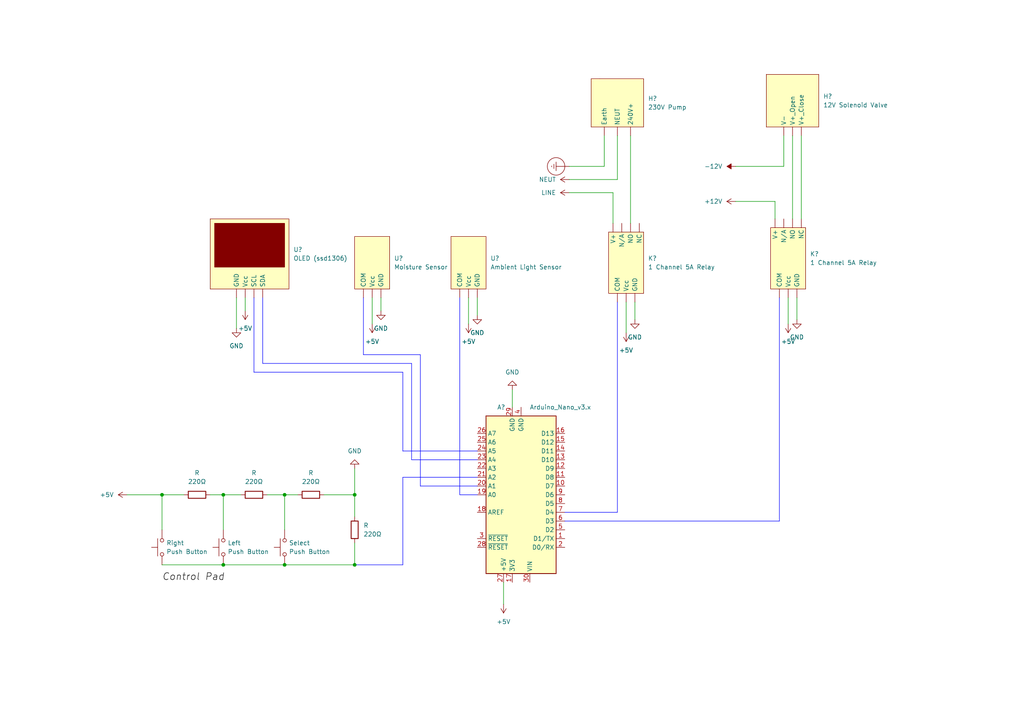
<source format=kicad_sch>
(kicad_sch (version 20211123) (generator eeschema)
  (paper "A4")
  (title_block (title "Garden System") (rev "1"))
  (lib_symbols
    (symbol "1_Channel_5A_Relay_1"
      (property "Reference" "K" (at 0 2.54 0))
      (property "Value" "1_Channel_5A_Relay_1" (at 0 0 0))
      (symbol "1_Channel_5A_Relay_1_0_1"
        (rectangle (start -8.89 -5.08) (end 8.89 -15.24) (fill (type background)))
      )
      (symbol "1_Channel_5A_Relay_1_1_1"
        (pin input line (at 11.43 -12.7 180) (length 2.54) (name "COM") (number ""))
        (pin input line (at 11.43 -7.62 180) (length 2.54) (name "GND") (number ""))
        (pin output line (at -11.43 -11.43 0) (length 2.54) (name "N/A") (number ""))
        (pin output line (at -11.43 -6.35 0) (length 2.54) (name "NC") (number ""))
        (pin output line (at -11.43 -8.89 0) (length 2.54) (name "NO") (number ""))
        (pin input line (at -11.43 -13.97 0) (length 2.54) (name "V+") (number ""))
        (pin input line (at 11.43 -10.16 180) (length 2.54) (name "Vcc") (number ""))
      )
    )
    (symbol "Device:R" (pin_numbers hide) (pin_names (offset 0))
      (property "Reference" "R" (at 2.032 0 90))
      (property "Value" "R" (at 0 0 90))
      (symbol "R_0_1"
        (rectangle (start -1.016 -2.54) (end 1.016 2.54) (stroke (width 0.254)))
      )
      (symbol "R_1_1"
        (pin passive line (at 0 3.81 270) (length 1.27) (name "~") (number "1"))
        (pin passive line (at 0 -3.81 90) (length 1.27) (name "~") (number "2"))
      )
    )
    (symbol "Generic COM IC_1"
      (property "Reference" "U" (at 0 10.16 0))
      (property "Value" "Generic COM IC_1" (at 0 7.62 0))
      (symbol "Generic COM IC_1_0_1"
        (rectangle (start 5.08 5.08) (end -5.08 -10.16) (fill (type background)))
      )
      (symbol "Generic COM IC_1_1_1"
        (pin output line (at -2.54 -12.7 90) (length 2.54) (name "COM") (number ""))
        (pin input line (at 2.54 -12.7 90) (length 2.54) (name "GND") (number ""))
        (pin input line (at 0 -12.7 90) (length 2.54) (name "Vcc") (number ""))
      )
    )
    (symbol "MCU_Module:Arduino_Nano_v3.x"
      (property "Reference" "A" (at -10.16 23.495 0))
      (property "Value" "Arduino_Nano_v3.x" (at 5.08 -24.13 0))
      (symbol "Arduino_Nano_v3.x_0_1"
        (rectangle (start -10.16 22.86) (end 10.16 -22.86) (stroke (width 0.254)) (fill (type background)))
      )
      (symbol "Arduino_Nano_v3.x_1_1"
        (pin bidirectional line (at -12.7 12.7 0) (length 2.54) (name "D1/TX") (number "1"))
        (pin bidirectional line (at -12.7 -2.54 0) (length 2.54) (name "D7") (number "10"))
        (pin bidirectional line (at -12.7 -5.08 0) (length 2.54) (name "D8") (number "11"))
        (pin bidirectional line (at -12.7 -7.62 0) (length 2.54) (name "D9") (number "12"))
        (pin bidirectional line (at -12.7 -10.16 0) (length 2.54) (name "D10") (number "13"))
        (pin bidirectional line (at -12.7 -12.7 0) (length 2.54) (name "D11") (number "14"))
        (pin bidirectional line (at -12.7 -15.24 0) (length 2.54) (name "D12") (number "15"))
        (pin bidirectional line (at -12.7 -17.78 0) (length 2.54) (name "D13") (number "16"))
        (pin power_out line (at 2.54 25.4 270) (length 2.54) (name "3V3") (number "17"))
        (pin input line (at 12.7 5.08 180) (length 2.54) (name "AREF") (number "18"))
        (pin bidirectional line (at 12.7 0 180) (length 2.54) (name "A0") (number "19"))
        (pin bidirectional line (at -12.7 15.24 0) (length 2.54) (name "D0/RX") (number "2"))
        (pin bidirectional line (at 12.7 -2.54 180) (length 2.54) (name "A1") (number "20"))
        (pin bidirectional line (at 12.7 -5.08 180) (length 2.54) (name "A2") (number "21"))
        (pin bidirectional line (at 12.7 -7.62 180) (length 2.54) (name "A3") (number "22"))
        (pin bidirectional line (at 12.7 -10.16 180) (length 2.54) (name "A4") (number "23"))
        (pin bidirectional line (at 12.7 -12.7 180) (length 2.54) (name "A5") (number "24"))
        (pin bidirectional line (at 12.7 -15.24 180) (length 2.54) (name "A6") (number "25"))
        (pin bidirectional line (at 12.7 -17.78 180) (length 2.54) (name "A7") (number "26"))
        (pin power_out line (at 5.08 25.4 270) (length 2.54) (name "+5V") (number "27"))
        (pin input line (at 12.7 15.24 180) (length 2.54) (name "~{RESET}") (number "28"))
        (pin power_in line (at 2.54 -25.4 90) (length 2.54) (name "GND") (number "29"))
        (pin input line (at 12.7 12.7 180) (length 2.54) (name "~{RESET}") (number "3"))
        (pin power_in line (at -2.54 25.4 270) (length 2.54) (name "VIN") (number "30"))
        (pin power_in line (at 0 -25.4 90) (length 2.54) (name "GND") (number "4"))
        (pin bidirectional line (at -12.7 10.16 0) (length 2.54) (name "D2") (number "5"))
        (pin bidirectional line (at -12.7 7.62 0) (length 2.54) (name "D3") (number "6"))
        (pin bidirectional line (at -12.7 5.08 0) (length 2.54) (name "D4") (number "7"))
        (pin bidirectional line (at -12.7 2.54 0) (length 2.54) (name "D5") (number "8"))
        (pin bidirectional line (at -12.7 0 0) (length 2.54) (name "D6") (number "9"))
      )
    )
    (symbol "Switch:SW_Push" (pin_numbers hide) (pin_names (offset 1.016) hide)
      (property "Reference" "SW" (at 1.27 2.54 0))
      (property "Value" "SW_Push" (at 0 -1.524 0))
      (symbol "SW_Push_0_1"
        (circle (center -2.032 0) (radius 0.508))
        (polyline (pts (xy 0 1.27) (xy 0 3.048)))
        (polyline (pts (xy 2.54 1.27) (xy -2.54 1.27)))
        (circle (center 2.032 0) (radius 0.508))
        (pin passive line (at -5.08 0 0) (length 2.54) (name "1") (number "1"))
        (pin passive line (at 5.08 0 180) (length 2.54) (name "2") (number "2"))
      )
    )
    (symbol "library:12V Solenoid Valve"
      (property "Reference" "H" (at 0 2.54 0))
      (property "Value" "12V Solenoid Valve" (at 0 0 0))
      (symbol "12V Solenoid Valve_0_1"
        (rectangle (start -7.62 -3.81) (end 7.62 -19.05) (fill (type background)))
      )
      (symbol "12V Solenoid Valve_1_1"
        (pin input line (at 2.54 -21.59 90) (length 2.54) (name "V+_Close") (number ""))
        (pin input line (at 0 -21.59 90) (length 2.54) (name "V+_Open") (number ""))
        (pin input line (at -2.54 -21.59 90) (length 2.54) (name "V-") (number ""))
      )
    )
    (symbol "library:1_Channel_5A_Relay"
      (property "Reference" "K" (at 0 2.54 0))
      (property "Value" "1_Channel_5A_Relay" (at 0 0 0))
      (symbol "1_Channel_5A_Relay_0_1"
        (rectangle (start -8.89 -5.08) (end 8.89 -15.24) (fill (type background)))
      )
      (symbol "1_Channel_5A_Relay_1_1"
        (pin input line (at 11.43 -12.7 180) (length 2.54) (name "COM") (number ""))
        (pin input line (at 11.43 -7.62 180) (length 2.54) (name "GND") (number ""))
        (pin output line (at -11.43 -11.43 0) (length 2.54) (name "N/A") (number ""))
        (pin output line (at -11.43 -6.35 0) (length 2.54) (name "NC") (number ""))
        (pin output line (at -11.43 -8.89 0) (length 2.54) (name "NO") (number ""))
        (pin input line (at -11.43 -13.97 0) (length 2.54) (name "V+") (number ""))
        (pin input line (at 11.43 -10.16 180) (length 2.54) (name "Vcc") (number ""))
      )
    )
    (symbol "library:230V Pump"
      (property "Reference" "H" (at 0 2.54 0))
      (property "Value" "230V Pump" (at 0 0 0))
      (symbol "230V Pump_0_1"
        (rectangle (start -7.62 -3.81) (end 7.62 -17.78) (fill (type background)))
        (rectangle (start -5.08 -3.81) (end -5.08 -3.81))
      )
      (symbol "230V Pump_1_1"
        (pin input line (at 3.81 -20.32 90) (length 2.54) (name "240V+") (number ""))
        (pin input line (at -3.81 -20.32 90) (length 2.54) (name "Earth") (number ""))
        (pin input line (at 0 -20.32 90) (length 2.54) (name "NEUT") (number ""))
      )
    )
    (symbol "library:Generic COM IC"
      (property "Reference" "U" (at 0 10.16 0))
      (property "Value" "Generic COM IC" (at 0 7.62 0))
      (symbol "Generic COM IC_0_1"
        (rectangle (start 5.08 5.08) (end -5.08 -10.16) (fill (type background)))
      )
      (symbol "Generic COM IC_1_1"
        (pin output line (at -2.54 -12.7 90) (length 2.54) (name "COM") (number ""))
        (pin input line (at 2.54 -12.7 90) (length 2.54) (name "GND") (number ""))
        (pin input line (at 0 -12.7 90) (length 2.54) (name "Vcc") (number ""))
      )
    )
    (symbol "library:Generic OLED"
      (property "Reference" "U" (at 0 2.54 0))
      (property "Value" "Generic OLED" (at 0 0 0))
      (symbol "Generic OLED_0_1"
        (rectangle (start -11.43 -2.54) (end 11.43 -22.86) (fill (type background)))
        (rectangle (start 10.16 -16.51) (end -10.16 -3.81) (fill (type outline)))
      )
      (symbol "Generic OLED_1_1"
        (pin input line (at -3.81 -25.4 90) (length 2.54) (name "GND") (number ""))
        (pin input line (at 1.27 -25.4 90) (length 2.54) (name "SCL") (number ""))
        (pin input line (at 3.81 -25.4 90) (length 2.54) (name "SDA") (number ""))
        (pin input line (at -1.27 -25.4 90) (length 2.54) (name "Vcc") (number ""))
      )
    )
    (symbol "power:+12V" (power) (pin_names (offset 0))
      (property "Value" "+12V" (at 0 3.556 0))
      (symbol "+12V_0_1"
        (polyline (pts (xy -0.762 1.27) (xy 0 2.54)))
        (polyline (pts (xy 0 0) (xy 0 2.54)))
        (polyline (pts (xy 0 2.54) (xy 0.762 1.27)))
      )
      (symbol "+12V_1_1"
        (pin power_in line (at 0 0 90) (length 0) hide (name "+12V") (number "1"))
      )
    )
    (symbol "power:+5V" (power) (pin_names (offset 0))
      (property "Value" "+5V" (at 0 3.556 0))
      (symbol "+5V_0_1"
        (polyline (pts (xy -0.762 1.27) (xy 0 2.54)))
        (polyline (pts (xy 0 0) (xy 0 2.54)))
        (polyline (pts (xy 0 2.54) (xy 0.762 1.27)))
      )
      (symbol "+5V_1_1"
        (pin power_in line (at 0 0 90) (length 0) hide (name "+5V") (number "1"))
      )
    )
    (symbol "power:-12V" (power) (pin_names (offset 0))
      (property "Value" "-12V" (at 0 3.81 0))
      (symbol "-12V_0_0"
        (pin power_in line (at 0 0 90) (length 0) hide (name "-12V") (number "1"))
      )
      (symbol "-12V_0_1"
        (polyline (pts (xy 0 0) (xy 0 1.27) (xy 0.762 1.27) (xy 0 2.54) (xy -0.762 1.27) (xy 0 1.27)) (fill (type outline)))
      )
    )
    (symbol "power:Earth_Protective" (power) (pin_names (offset 0))
      (symbol "Earth_Protective_0_1"
        (circle (center 0 -3.81) (radius 2.54))
        (polyline (pts (xy -0.635 -4.445) (xy 0.635 -4.445)))
        (polyline (pts (xy -0.127 -5.08) (xy 0.127 -5.08)))
        (polyline (pts (xy 0 -3.81) (xy 0 0)))
        (polyline (pts (xy 1.27 -3.81) (xy -1.27 -3.81)))
      )
      (symbol "Earth_Protective_1_1"
        (pin power_in line (at 0 0 270) (length 0) hide (name "Earth_Protective") (number "1"))
      )
    )
    (symbol "power:GND" (power) (pin_names (offset 0))
      (property "Value" "GND" (at 0 -3.81 0))
      (symbol "GND_0_1"
        (polyline (pts (xy 0 0) (xy 0 -1.27) (xy 1.27 -1.27) (xy 0 -2.54) (xy -1.27 -1.27) (xy 0 -1.27)))
      )
      (symbol "GND_1_1"
        (pin power_in line (at 0 0 270) (length 0) hide (name "GND") (number "1"))
      )
    )
    (symbol "power:LINE" (power) (pin_names (offset 0))
      (property "Value" "LINE" (at 0 3.81 0))
      (symbol "LINE_0_1"
        (polyline (pts (xy -0.762 1.27) (xy 0 2.54)))
        (polyline (pts (xy 0 0) (xy 0 2.54)))
        (polyline (pts (xy 0 2.54) (xy 0.762 1.27)))
      )
      (symbol "LINE_1_1"
        (pin power_in line (at 0 0 90) (length 0) hide (name "LINE") (number "1"))
      )
    )
    (symbol "power:NEUT" (power) (pin_names (offset 0))
      (property "Value" "NEUT" (at 0 3.81 0))
      (symbol "NEUT_0_1"
        (polyline (pts (xy -0.762 1.27) (xy 0 2.54)))
        (polyline (pts (xy 0 0) (xy 0 2.54)))
        (polyline (pts (xy 0 2.54) (xy 0.762 1.27)))
      )
      (symbol "NEUT_1_1"
        (pin power_in line (at 0 0 90) (length 0) hide (name "NEUT") (number "1"))
      )
    )
  )
  (junction (at 102.87 143.51))
  (junction (at 82.55 143.51))
  (junction (at 46.99 143.51))
  (junction (at 64.77 143.51))
  (junction (at 64.77 163.83))
  (junction (at 82.55 163.83))
  (junction (at 102.87 163.83))
  (wire (pts (xy 177.8 55.88) (xy 177.8 64.77)))
  (wire (pts (xy 227.33 48.26) (xy 227.33 39.37)))
  (wire (pts (xy 232.41 39.37) (xy 232.41 63.5)))
  (wire (pts (xy 116.84 138.43) (xy 116.84 163.83)) (stroke (width 0) (color 0 0 255 1)))
  (wire (pts (xy 224.79 58.42) (xy 224.79 63.5)))
  (wire (pts (xy 184.15 87.63) (xy 184.15 92.71)))
  (wire (pts (xy 102.87 157.48) (xy 102.87 163.83)))
  (wire (pts (xy 64.77 143.51) (xy 64.77 153.67)))
  (wire (pts (xy 116.84 130.81) (xy 138.43 130.81)) (stroke (width 0) (color 0 0 255 1)))
  (wire (pts (xy 46.99 143.51) (xy 46.99 153.67)))
  (wire (pts (xy 148.59 118.11) (xy 148.59 113.03)))
  (wire (pts (xy 121.92 140.97) (xy 121.92 102.87)) (stroke (width 0) (color 0 0 255 1)))
  (wire (pts (xy 182.88 39.37) (xy 182.88 64.77)))
  (wire (pts (xy 135.89 86.36) (xy 135.89 93.98)))
  (wire (pts (xy 119.38 105.41) (xy 76.2 105.41)) (stroke (width 0) (color 0 0 255 1)))
  (wire (pts (xy 213.36 48.26) (xy 227.33 48.26)))
  (wire (pts (xy 133.35 143.51) (xy 138.43 143.51)) (stroke (width 0) (color 0 0 255 1)))
  (wire (pts (xy 36.83 143.51) (xy 46.99 143.51)))
  (wire (pts (xy 224.79 58.42) (xy 213.36 58.42)))
  (wire (pts (xy 138.43 86.36) (xy 138.43 91.44)))
  (wire (pts (xy 46.99 163.83) (xy 64.77 163.83)))
  (wire (pts (xy 107.95 86.36) (xy 107.95 93.98)))
  (wire (pts (xy 102.87 143.51) (xy 93.98 143.51)))
  (wire (pts (xy 46.99 143.51) (xy 53.34 143.51)))
  (wire (pts (xy 121.92 102.87) (xy 105.41 102.87)) (stroke (width 0) (color 0 0 255 1)))
  (wire (pts (xy 116.84 107.95) (xy 73.66 107.95)) (stroke (width 0) (color 0 0 255 1)))
  (wire (pts (xy 110.49 86.36) (xy 110.49 90.17)))
  (wire (pts (xy 60.96 143.51) (xy 64.77 143.51)))
  (wire (pts (xy 105.41 102.87) (xy 105.41 86.36)) (stroke (width 0) (color 0 0 255 1)))
  (wire (pts (xy 116.84 163.83) (xy 102.87 163.83)) (stroke (width 0) (color 0 0 255 1)))
  (wire (pts (xy 102.87 163.83) (xy 82.55 163.83)))
  (wire (pts (xy 64.77 163.83) (xy 82.55 163.83)))
  (wire (pts (xy 179.07 52.07) (xy 179.07 39.37)))
  (wire (pts (xy 228.6 86.36) (xy 228.6 93.98)))
  (wire (pts (xy 163.83 148.59) (xy 179.07 148.59)) (stroke (width 0) (color 0 0 255 1)))
  (wire (pts (xy 165.1 52.07) (xy 179.07 52.07)))
  (wire (pts (xy 119.38 133.35) (xy 119.38 105.41)) (stroke (width 0) (color 0 0 255 1)))
  (wire (pts (xy 82.55 143.51) (xy 86.36 143.51)))
  (wire (pts (xy 165.1 55.88) (xy 177.8 55.88)))
  (wire (pts (xy 165.1 48.26) (xy 175.26 48.26)))
  (wire (pts (xy 226.06 86.36) (xy 226.06 151.13)) (stroke (width 0) (color 0 0 255 1)))
  (wire (pts (xy 181.61 87.63) (xy 181.61 96.52)))
  (wire (pts (xy 175.26 48.26) (xy 175.26 39.37)))
  (wire (pts (xy 229.87 39.37) (xy 229.87 63.5)))
  (wire (pts (xy 138.43 138.43) (xy 116.84 138.43)) (stroke (width 0) (color 0 0 255 1)))
  (wire (pts (xy 102.87 135.89) (xy 102.87 143.51)))
  (wire (pts (xy 226.06 151.13) (xy 163.83 151.13)) (stroke (width 0) (color 0 0 255 1)))
  (wire (pts (xy 119.38 133.35) (xy 138.43 133.35)) (stroke (width 0) (color 0 0 255 1)))
  (wire (pts (xy 76.2 105.41) (xy 76.2 86.36)) (stroke (width 0) (color 0 0 255 1)))
  (wire (pts (xy 68.58 86.36) (xy 68.58 95.25)))
  (wire (pts (xy 138.43 140.97) (xy 121.92 140.97)) (stroke (width 0) (color 0 0 255 1)))
  (wire (pts (xy 146.05 168.91) (xy 146.05 175.26)))
  (wire (pts (xy 133.35 86.36) (xy 133.35 143.51)) (stroke (width 0) (color 0 0 255 1)))
  (wire (pts (xy 116.84 130.81) (xy 116.84 107.95)) (stroke (width 0) (color 0 0 255 1)))
  (wire (pts (xy 179.07 87.63) (xy 179.07 148.59)) (stroke (width 0) (color 0 0 255 1)))
  (wire (pts (xy 73.66 86.36) (xy 73.66 107.95)) (stroke (width 0) (color 0 0 255 1)))
  (wire (pts (xy 77.47 143.51) (xy 82.55 143.51)))
  (wire (pts (xy 102.87 143.51) (xy 102.87 149.86)))
  (wire (pts (xy 231.14 86.36) (xy 231.14 92.71)))
  (wire (pts (xy 82.55 143.51) (xy 82.55 153.67)))
  (wire (pts (xy 64.77 143.51) (xy 69.85 143.51)))
  (wire (pts (xy 71.12 86.36) (xy 71.12 90.17)))
  (label "Control Pad" (at 46.99 168.91 0) (effects (font (size 2 2) italic)))
  (symbol (lib_id "library:Generic COM IC") (at 135.89 73.66 0) (unit 1)
    (property "Reference" "U?" (at 142.24 74.9299 0) (effects (justify left)))
    (property "Value" "Ambient Light Sensor" (at 142.24 77.4699 0) (effects (justify left)))
  )
  (symbol (lib_id "power:-12V") (at 213.36 48.26 90) (unit 1)
    (property "Reference" "#PWR?" (effects hide))
    (property "Value" "-12V" (at 209.55 48.2599 90) (effects (justify left)))
  )
  (symbol (lib_id "power:GND") (at 184.15 92.71 0) (unit 1)
    (property "Reference" "#PWR?" (effects hide))
    (property "Value" "GND" (at 184.15 97.79 0))
  )
  (symbol (lib_id "power:+5V") (at 146.05 175.26 180) (unit 1)
    (property "Reference" "#PWR?" (effects hide))
    (property "Value" "+5V" (at 146.05 180.34 0))
  )
  (symbol (lib_id "MCU_Module:Arduino_Nano_v3.x") (at 151.13 143.51 180) (unit 1)
    (property "Reference" "A?" (at 146.5706 118.11 0) (effects (justify left)))
    (property "Value" "Arduino_Nano_v3.x" (at 171.45 118.11 0) (effects (justify left)))
    (property "Footprint" "Module:Arduino_Nano" (effects hide))
    (property "Datasheet" "http://www.mouser.com/pdfdocs/Gravitech_Arduino_Nano3_0.pdf" (effects hide))
  )
  (symbol (lib_id "power:LINE") (at 165.1 55.88 90) (unit 1)
    (property "Reference" "#PWR?" (effects hide))
    (property "Value" "LINE" (at 161.29 55.8799 90) (effects (justify left)))
  )
  (symbol (lib_id "power:Earth_Protective") (at 165.1 48.26 270) (unit 1)
    (property "Reference" "#PWR?" (effects hide))
    (property "Value" "Earth_Protective" (effects hide))
  )
  (symbol (lib_id "Switch:SW_Push") (at 46.99 158.75 90) (unit 1)
    (property "Reference" "Right" (at 48.26 157.4799 90) (effects (justify right)))
    (property "Value" "Push Button" (at 48.26 160.0199 90) (effects (justify right)))
  )
  (symbol (lib_id "Device:R") (at 73.66 143.51 90) (unit 1)
    (property "Reference" "R" (at 73.66 137.16 90))
    (property "Value" "220Ω" (at 73.66 139.7 90))
  )
  (symbol (lib_id "power:GND") (at 102.87 135.89 180) (unit 1)
    (property "Reference" "#PWR?" (effects hide))
    (property "Value" "GND" (at 102.87 130.81 0))
  )
  (symbol (lib_id "power:GND") (at 231.14 92.71 0) (unit 1)
    (property "Reference" "#PWR?" (effects hide))
    (property "Value" "GND" (at 231.14 97.79 0))
  )
  (symbol (lib_id "power:NEUT") (at 165.1 52.07 90) (unit 1)
    (property "Reference" "#PWR?" (effects hide))
    (property "Value" "NEUT" (at 161.29 52.0699 90) (effects (justify left)))
  )
  (symbol (lib_id "Device:R") (at 102.87 153.67 0) (unit 1)
    (property "Reference" "R" (at 105.41 152.3999 0) (effects (justify left)))
    (property "Value" "220Ω" (at 105.41 154.9399 0) (effects (justify left)))
  )
  (symbol (lib_name "Generic COM IC_1") (lib_id "library:Generic COM IC") (at 107.95 73.66 0) (unit 1)
    (property "Reference" "U?" (at 114.3 74.9299 0) (effects (justify left)))
    (property "Value" "Moisture Sensor" (at 114.3 77.4699 0) (effects (justify left)))
  )
  (symbol (lib_id "power:GND") (at 110.49 90.17 0) (unit 1)
    (property "Reference" "#PWR?" (effects hide))
    (property "Value" "GND" (at 110.49 95.25 0))
  )
  (symbol (lib_id "power:GND") (at 68.58 95.25 0) (unit 1)
    (property "Reference" "#PWR?" (effects hide))
    (property "Value" "GND" (at 68.58 100.33 0))
  )
  (symbol (lib_id "power:+5V") (at 135.89 93.98 180) (unit 1)
    (property "Reference" "#PWR?" (effects hide))
    (property "Value" "+5V" (at 135.89 99.06 0))
  )
  (symbol (lib_id "power:+5V") (at 36.83 143.51 90) (unit 1)
    (property "Reference" "#PWR?" (effects hide))
    (property "Value" "+5V" (at 33.02 143.5099 90) (effects (justify left)))
  )
  (symbol (lib_id "power:+12V") (at 213.36 58.42 90) (unit 1)
    (property "Reference" "#PWR?" (effects hide))
    (property "Value" "+12V" (at 209.55 58.4199 90) (effects (justify left)))
  )
  (symbol (lib_id "library:230V Pump") (at 179.07 19.05 0) (unit 1)
    (property "Reference" "H?" (at 187.96 28.5749 0) (effects (justify left)))
    (property "Value" "230V Pump" (at 187.96 31.1149 0) (effects (justify left)))
  )
  (symbol (lib_id "power:GND") (at 148.59 113.03 180) (unit 1)
    (property "Reference" "#PWR?" (effects hide))
    (property "Value" "GND" (at 148.59 107.95 0))
  )
  (symbol (lib_id "power:+5V") (at 107.95 93.98 180) (unit 1)
    (property "Reference" "#PWR?" (effects hide))
    (property "Value" "+5V" (at 107.95 99.06 0))
  )
  (symbol (lib_id "Device:R") (at 90.17 143.51 90) (unit 1)
    (property "Reference" "R" (at 90.17 137.16 90))
    (property "Value" "220Ω" (at 90.17 139.7 90))
  )
  (symbol (lib_id "Device:R") (at 57.15 143.51 90) (unit 1)
    (property "Reference" "R" (at 57.15 137.16 90))
    (property "Value" "220Ω" (at 57.15 139.7 90))
  )
  (symbol (lib_id "library:12V Solenoid Valve") (at 229.87 17.78 0) (unit 1)
    (property "Reference" "H?" (at 238.76 27.9399 0) (effects (justify left)))
    (property "Value" "12V Solenoid Valve" (at 238.76 30.4799 0) (effects (justify left)))
  )
  (symbol (lib_id "library:Generic OLED") (at 72.39 60.96 0) (unit 1)
    (property "Reference" "U?" (at 85.09 72.3899 0) (effects (justify left)))
    (property "Value" "OLED (ssd1306)" (at 85.09 74.9299 0) (effects (justify left)))
  )
  (symbol (lib_id "library:1_Channel_5A_Relay") (at 238.76 74.93 270) (unit 1)
    (property "Reference" "K?" (at 234.95 73.6599 90) (effects (justify left)))
    (property "Value" "1 Channel 5A Relay" (at 234.95 76.1999 90) (effects (justify left)))
  )
  (symbol (lib_id "power:+5V") (at 71.12 90.17 180) (unit 1)
    (property "Reference" "#PWR?" (effects hide))
    (property "Value" "+5V" (at 71.12 95.25 0))
  )
  (symbol (lib_id "power:+5V") (at 181.61 96.52 180) (unit 1)
    (property "Reference" "#PWR?" (effects hide))
    (property "Value" "+5V" (at 181.61 101.6 0))
  )
  (symbol (lib_id "Switch:SW_Push") (at 64.77 158.75 90) (unit 1)
    (property "Reference" "Left" (at 66.04 157.4799 90) (effects (justify right)))
    (property "Value" "Push Button" (at 66.04 160.0199 90) (effects (justify right)))
  )
  (symbol (lib_name "1_Channel_5A_Relay_1") (lib_id "library:1_Channel_5A_Relay") (at 191.77 76.2 270) (unit 1)
    (property "Reference" "K?" (at 187.96 74.9299 90) (effects (justify left)))
    (property "Value" "1 Channel 5A Relay" (at 187.96 77.4699 90) (effects (justify left)))
  )
  (symbol (lib_id "power:+5V") (at 228.6 93.98 180) (unit 1)
    (property "Reference" "#PWR?" (effects hide))
    (property "Value" "+5V" (at 228.6 99.06 0))
  )
  (symbol (lib_id "Switch:SW_Push") (at 82.55 158.75 90) (unit 1)
    (property "Reference" "Select" (at 83.82 157.4799 90) (effects (justify right)))
    (property "Value" "Push Button" (at 83.82 160.0199 90) (effects (justify right)))
  )
  (symbol (lib_id "power:GND") (at 138.43 91.44 0) (unit 1)
    (property "Reference" "#PWR?" (effects hide))
    (property "Value" "GND" (at 138.43 96.52 0))
  )
)
</source>
